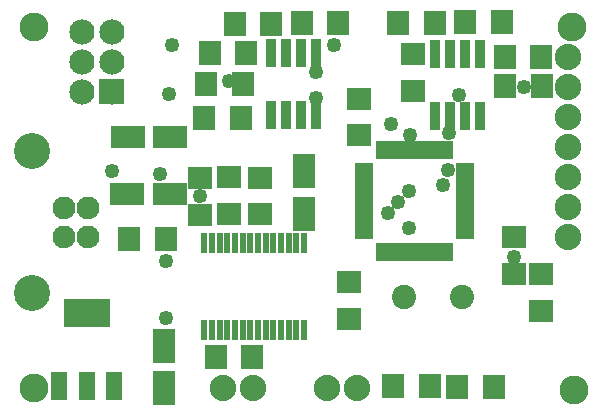
<source format=gts>
G04 MADE WITH FRITZING*
G04 WWW.FRITZING.ORG*
G04 DOUBLE SIDED*
G04 HOLES PLATED*
G04 CONTOUR ON CENTER OF CONTOUR VECTOR*
%ASAXBY*%
%FSLAX23Y23*%
%MOIN*%
%OFA0B0*%
%SFA1.0B1.0*%
%ADD10C,0.084000*%
%ADD11C,0.080925*%
%ADD12C,0.080866*%
%ADD13C,0.049370*%
%ADD14C,0.076000*%
%ADD15C,0.120000*%
%ADD16C,0.088000*%
%ADD17C,0.096614*%
%ADD18R,0.084803X0.072992*%
%ADD19R,0.072992X0.112362*%
%ADD20R,0.072992X0.084803*%
%ADD21R,0.032000X0.060000*%
%ADD22R,0.060000X0.032000*%
%ADD23R,0.034000X0.097000*%
%ADD24R,0.023701X0.065000*%
%ADD25R,0.112362X0.072992*%
%ADD26R,0.058000X0.098000*%
%ADD27R,0.151732X0.096614*%
%ADD28R,0.001000X0.001000*%
%LNMASK1*%
G90*
G70*
G54D10*
X363Y1077D03*
X263Y1077D03*
X363Y1177D03*
X263Y1177D03*
X363Y1277D03*
X263Y1277D03*
X363Y1077D03*
X263Y1077D03*
X363Y1177D03*
X263Y1177D03*
X363Y1277D03*
X263Y1277D03*
G54D11*
X1338Y392D03*
G54D12*
X1531Y392D03*
G54D13*
X1353Y745D03*
X1316Y709D03*
X1283Y671D03*
G54D14*
X283Y592D03*
X283Y690D03*
X205Y690D03*
X205Y592D03*
G54D15*
X98Y404D03*
X98Y878D03*
G54D14*
X283Y592D03*
X283Y690D03*
X205Y690D03*
X205Y592D03*
G54D15*
X98Y404D03*
X98Y878D03*
G54D16*
X1885Y1193D03*
X1885Y1093D03*
X1885Y993D03*
X1885Y893D03*
X1885Y793D03*
X1885Y693D03*
X1885Y593D03*
G54D17*
X1902Y81D03*
X104Y88D03*
X1896Y1292D03*
X102Y1291D03*
G54D16*
X832Y90D03*
X732Y90D03*
G54D13*
X656Y730D03*
X1736Y1092D03*
X1044Y1142D03*
X1483Y816D03*
X1466Y766D03*
X1043Y1057D03*
X553Y1069D03*
X1520Y1067D03*
X1292Y970D03*
X1105Y1233D03*
X365Y813D03*
X565Y1233D03*
X755Y1113D03*
X525Y803D03*
X545Y323D03*
X545Y513D03*
X1352Y621D03*
X1705Y524D03*
X1487Y939D03*
X1356Y931D03*
G54D16*
X1180Y88D03*
X1080Y88D03*
G54D18*
X657Y667D03*
X657Y790D03*
X857Y668D03*
X857Y790D03*
G54D19*
X1003Y811D03*
X1003Y669D03*
G54D18*
X755Y791D03*
X755Y669D03*
G54D20*
X542Y587D03*
X420Y587D03*
G54D21*
X1261Y543D03*
X1293Y543D03*
X1324Y543D03*
X1356Y543D03*
X1387Y543D03*
X1419Y543D03*
X1450Y543D03*
X1482Y543D03*
G54D22*
X1540Y601D03*
X1540Y633D03*
X1540Y664D03*
X1540Y696D03*
X1540Y727D03*
X1540Y759D03*
X1540Y790D03*
X1540Y822D03*
G54D21*
X1482Y881D03*
X1450Y881D03*
X1419Y881D03*
X1387Y881D03*
X1356Y881D03*
X1324Y881D03*
X1293Y881D03*
X1261Y881D03*
G54D22*
X1202Y822D03*
X1202Y790D03*
X1202Y759D03*
X1202Y727D03*
X1202Y696D03*
X1202Y664D03*
X1202Y633D03*
X1202Y601D03*
G54D23*
X893Y999D03*
X943Y999D03*
X993Y999D03*
X1043Y999D03*
X1043Y1205D03*
X993Y1205D03*
X943Y1205D03*
X893Y1205D03*
X1439Y995D03*
X1489Y995D03*
X1539Y995D03*
X1589Y995D03*
X1589Y1201D03*
X1539Y1201D03*
X1489Y1201D03*
X1439Y1201D03*
G54D24*
X1004Y283D03*
X978Y283D03*
X953Y283D03*
X927Y283D03*
X901Y283D03*
X876Y283D03*
X850Y283D03*
X799Y283D03*
X825Y283D03*
X773Y283D03*
X748Y283D03*
X722Y283D03*
X697Y283D03*
X671Y283D03*
X1004Y571D03*
X978Y571D03*
X953Y571D03*
X927Y571D03*
X901Y571D03*
X876Y571D03*
X850Y571D03*
X825Y571D03*
X799Y571D03*
X773Y571D03*
X748Y571D03*
X722Y571D03*
X697Y571D03*
X671Y571D03*
G54D18*
X1792Y347D03*
X1792Y469D03*
G54D20*
X1663Y1308D03*
X1541Y1308D03*
X1317Y1305D03*
X1440Y1305D03*
G54D18*
X1187Y1053D03*
X1187Y931D03*
G54D20*
X1674Y1096D03*
X1796Y1096D03*
X1672Y1191D03*
X1794Y1191D03*
X670Y990D03*
X792Y990D03*
X1118Y1304D03*
X996Y1304D03*
X772Y1303D03*
X894Y1303D03*
G54D18*
X1368Y1201D03*
X1368Y1079D03*
G54D20*
X811Y1204D03*
X689Y1204D03*
G54D25*
X415Y734D03*
X557Y734D03*
G54D19*
X537Y88D03*
X537Y230D03*
G54D18*
X1705Y592D03*
X1705Y470D03*
G54D25*
X416Y926D03*
X557Y926D03*
G54D20*
X800Y1103D03*
X678Y1103D03*
X831Y193D03*
X709Y193D03*
G54D26*
X188Y94D03*
X279Y94D03*
X370Y94D03*
G54D27*
X279Y338D03*
G54D18*
X1154Y320D03*
X1154Y442D03*
G54D20*
X1515Y93D03*
X1637Y93D03*
X1300Y96D03*
X1422Y96D03*
G54D28*
X321Y1119D02*
X404Y1119D01*
X321Y1118D02*
X404Y1118D01*
X321Y1117D02*
X404Y1117D01*
X321Y1116D02*
X404Y1116D01*
X321Y1115D02*
X404Y1115D01*
X321Y1114D02*
X404Y1114D01*
X321Y1113D02*
X404Y1113D01*
X321Y1112D02*
X404Y1112D01*
X321Y1111D02*
X404Y1111D01*
X321Y1110D02*
X404Y1110D01*
X321Y1109D02*
X404Y1109D01*
X321Y1108D02*
X404Y1108D01*
X321Y1107D02*
X404Y1107D01*
X321Y1106D02*
X404Y1106D01*
X321Y1105D02*
X404Y1105D01*
X321Y1104D02*
X404Y1104D01*
X321Y1103D02*
X404Y1103D01*
X321Y1102D02*
X404Y1102D01*
X321Y1101D02*
X404Y1101D01*
X321Y1100D02*
X404Y1100D01*
X321Y1099D02*
X404Y1099D01*
X321Y1098D02*
X404Y1098D01*
X321Y1097D02*
X404Y1097D01*
X321Y1096D02*
X404Y1096D01*
X321Y1095D02*
X404Y1095D01*
X321Y1094D02*
X404Y1094D01*
X321Y1093D02*
X404Y1093D01*
X321Y1092D02*
X356Y1092D01*
X368Y1092D02*
X404Y1092D01*
X321Y1091D02*
X354Y1091D01*
X370Y1091D02*
X404Y1091D01*
X321Y1090D02*
X352Y1090D01*
X372Y1090D02*
X404Y1090D01*
X321Y1089D02*
X351Y1089D01*
X373Y1089D02*
X404Y1089D01*
X321Y1088D02*
X350Y1088D01*
X374Y1088D02*
X404Y1088D01*
X321Y1087D02*
X349Y1087D01*
X375Y1087D02*
X404Y1087D01*
X321Y1086D02*
X349Y1086D01*
X376Y1086D02*
X404Y1086D01*
X321Y1085D02*
X348Y1085D01*
X376Y1085D02*
X404Y1085D01*
X321Y1084D02*
X348Y1084D01*
X376Y1084D02*
X404Y1084D01*
X321Y1083D02*
X347Y1083D01*
X377Y1083D02*
X404Y1083D01*
X321Y1082D02*
X347Y1082D01*
X377Y1082D02*
X404Y1082D01*
X321Y1081D02*
X347Y1081D01*
X377Y1081D02*
X404Y1081D01*
X321Y1080D02*
X347Y1080D01*
X377Y1080D02*
X404Y1080D01*
X321Y1079D02*
X347Y1079D01*
X378Y1079D02*
X404Y1079D01*
X321Y1078D02*
X347Y1078D01*
X378Y1078D02*
X404Y1078D01*
X321Y1077D02*
X347Y1077D01*
X378Y1077D02*
X404Y1077D01*
X321Y1076D02*
X347Y1076D01*
X377Y1076D02*
X404Y1076D01*
X321Y1075D02*
X347Y1075D01*
X377Y1075D02*
X404Y1075D01*
X321Y1074D02*
X347Y1074D01*
X377Y1074D02*
X404Y1074D01*
X321Y1073D02*
X347Y1073D01*
X377Y1073D02*
X404Y1073D01*
X321Y1072D02*
X348Y1072D01*
X377Y1072D02*
X404Y1072D01*
X321Y1071D02*
X348Y1071D01*
X376Y1071D02*
X404Y1071D01*
X321Y1070D02*
X348Y1070D01*
X376Y1070D02*
X404Y1070D01*
X321Y1069D02*
X349Y1069D01*
X375Y1069D02*
X404Y1069D01*
X321Y1068D02*
X350Y1068D01*
X374Y1068D02*
X404Y1068D01*
X321Y1067D02*
X351Y1067D01*
X373Y1067D02*
X404Y1067D01*
X321Y1066D02*
X352Y1066D01*
X372Y1066D02*
X404Y1066D01*
X321Y1065D02*
X353Y1065D01*
X371Y1065D02*
X404Y1065D01*
X321Y1064D02*
X355Y1064D01*
X369Y1064D02*
X404Y1064D01*
X321Y1063D02*
X359Y1063D01*
X365Y1063D02*
X404Y1063D01*
X321Y1062D02*
X404Y1062D01*
X321Y1061D02*
X404Y1061D01*
X321Y1060D02*
X404Y1060D01*
X321Y1059D02*
X404Y1059D01*
X321Y1058D02*
X404Y1058D01*
X321Y1057D02*
X404Y1057D01*
X321Y1056D02*
X404Y1056D01*
X321Y1055D02*
X404Y1055D01*
X321Y1054D02*
X404Y1054D01*
X321Y1053D02*
X404Y1053D01*
X321Y1052D02*
X404Y1052D01*
X321Y1051D02*
X404Y1051D01*
X321Y1050D02*
X404Y1050D01*
X321Y1049D02*
X404Y1049D01*
X321Y1048D02*
X404Y1048D01*
X321Y1047D02*
X404Y1047D01*
X321Y1046D02*
X404Y1046D01*
X321Y1045D02*
X404Y1045D01*
X321Y1044D02*
X404Y1044D01*
X321Y1043D02*
X404Y1043D01*
X321Y1042D02*
X404Y1042D01*
X321Y1041D02*
X404Y1041D01*
X321Y1040D02*
X404Y1040D01*
X321Y1039D02*
X404Y1039D01*
X321Y1038D02*
X404Y1038D01*
X321Y1037D02*
X404Y1037D01*
X321Y1036D02*
X403Y1036D01*
D02*
G04 End of Mask1*
M02*
</source>
